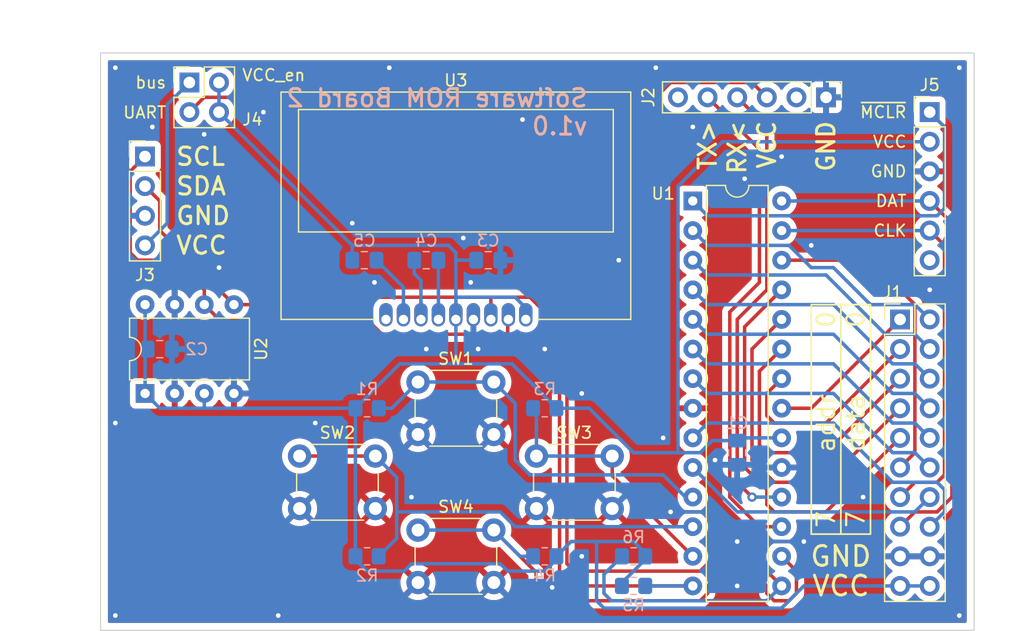
<source format=kicad_pcb>
(kicad_pcb (version 20211014) (generator pcbnew)
  (layers (0 "F.Cu" signal) (31 "B.Cu" signal) (34 "B.Paste" user) (35 "F.Paste" user) (36 "B.SilkS" user "B.Silkscreen") (37 "F.SilkS" user "F.Silkscreen") (38 "B.Mask" user) (39 "F.Mask" user) (44 "Edge.Cuts" user))
  (net 0 "")
  (net 1 "VCC")
  (net 2 "GND")
  (net 3 "Net-(C4-Pad1)")
  (net 4 "Net-(C4-Pad2)")
  (net 5 "Net-(C5-Pad1)")
  (net 6 "/addr0")
  (net 7 "/addr1")
  (net 8 "/addr2")
  (net 9 "/addr3")
  (net 10 "/addr4")
  (net 11 "/addr5")
  (net 12 "/addr6")
  (net 13 "/addr7")
  (net 14 "/data0")
  (net 15 "/data1")
  (net 16 "/data2")
  (net 17 "/data3")
  (net 18 "/data4")
  (net 19 "/data5")
  (net 20 "/data6")
  (net 21 "/data7")
  (net 23 "/VCC_UART")
  (net 24 "/RX")
  (net 25 "/TX")
  (net 27 "/SCL")
  (net 28 "/SDA")
  (net 29 "/VCC_bus")
  (net 30 "Net-(J5-Pad1)")
  (net 32 "/up")
  (net 33 "/left")
  (net 34 "/right")
  (net 35 "/down")
  (footprint "Button_Switch_THT:SW_PUSH_6mm_H5mm" (layer "F.Cu") (at 122.48 120.94)
    (fp_text reference "SW4" (at 3.25 -2) (layer "F.SilkS"))
    (fp_text value "down")
    (pad "1" thru_hole circle (at 0 0 90) (size 2 2) (drill 1.1) (layers *.Cu *.Mask) (net 35 "/down"))
    (pad "1" thru_hole circle (at 6.5 0 90) (size 2 2) (drill 1.1) (layers *.Cu *.Mask) (net 35 "/down"))
    (pad "2" thru_hole circle (at 0 4.5 90) (size 2 2) (drill 1.1) (layers *.Cu *.Mask) (net 2 "GND"))
    (pad "2" thru_hole circle (at 6.5 4.5 90) (size 2 2) (drill 1.1) (layers *.Cu *.Mask) (net 2 "GND"))
  )
  (footprint "Connector_PinHeader_2.54mm:PinHeader_2x02_P2.54mm_Vertical" (layer "F.Cu") (at 102.87 82.55)
    (fp_text reference "J4" (at 4.445 3.175) (layer "F.SilkS") (effects (justify left)))
    (fp_text value "VCCEN")
    (pad "1" thru_hole rect (at 0 0) (size 1.7 1.7) (drill 1) (layers *.Cu *.Mask) (net 29 "/VCC_bus"))
    (pad "2" thru_hole oval (at 2.54 0) (size 1.7 1.7) (drill 1) (layers *.Cu *.Mask) (net 1 "VCC"))
    (pad "3" thru_hole oval (at 0 2.54) (size 1.7 1.7) (drill 1) (layers *.Cu *.Mask) (net 23 "/VCC_UART"))
    (pad "4" thru_hole oval (at 2.54 2.54) (size 1.7 1.7) (drill 1) (layers *.Cu *.Mask) (net 1 "VCC"))
  )
  (footprint "ModifiedKiCadLibrary:PinHeader_2x10_P2.54mm_Vertical_Top_Bottom" (layer "F.Cu") (at 163.83 102.87)
    (fp_text reference "J1" (at -0.635 -2.33) (layer "F.SilkS"))
    (fp_text value "Conn_02x10_Top_Bottom")
    (pad "1" thru_hole rect (at 0 0) (size 1.7 1.7) (drill 1) (layers *.Cu *.Mask) (net 6 "/addr0"))
    (pad "2" thru_hole oval (at 0 2.54) (size 1.7 1.7) (drill 1) (layers *.Cu *.Mask) (net 7 "/addr1"))
    (pad "3" thru_hole oval (at 0 5.08) (size 1.7 1.7) (drill 1) (layers *.Cu *.Mask) (net 8 "/addr2"))
    (pad "4" thru_hole oval (at 0 7.62) (size 1.7 1.7) (drill 1) (layers *.Cu *.Mask) (net 9 "/addr3"))
    (pad "5" thru_hole oval (at 0 10.16) (size 1.7 1.7) (drill 1) (layers *.Cu *.Mask) (net 10 "/addr4"))
    (pad "6" thru_hole oval (at 0 12.7) (size 1.7 1.7) (drill 1) (layers *.Cu *.Mask) (net 11 "/addr5"))
    (pad "7" thru_hole oval (at 0 15.24) (size 1.7 1.7) (drill 1) (layers *.Cu *.Mask) (net 12 "/addr6"))
    (pad "8" thru_hole oval (at 0 17.78) (size 1.7 1.7) (drill 1) (layers *.Cu *.Mask) (net 13 "/addr7"))
    (pad "9" thru_hole oval (at 0 20.32) (size 1.7 1.7) (drill 1) (layers *.Cu *.Mask) (net 2 "GND"))
    (pad "10" thru_hole oval (at 0 22.86) (size 1.7 1.7) (drill 1) (layers *.Cu *.Mask) (net 1 "VCC"))
    (pad "11" thru_hole oval (at 2.54 0) (size 1.7 1.7) (drill 1) (layers *.Cu *.Mask) (net 14 "/data0"))
    (pad "12" thru_hole oval (at 2.54 2.54) (size 1.7 1.7) (drill 1) (layers *.Cu *.Mask) (net 15 "/data1"))
    (pad "13" thru_hole oval (at 2.54 5.08) (size 1.7 1.7) (drill 1) (layers *.Cu *.Mask) (net 16 "/data2"))
    (pad "14" thru_hole oval (at 2.54 7.62) (size 1.7 1.7) (drill 1) (layers *.Cu *.Mask) (net 17 "/data3"))
    (pad "15" thru_hole oval (at 2.54 10.16) (size 1.7 1.7) (drill 1) (layers *.Cu *.Mask) (net 18 "/data4"))
    (pad "16" thru_hole oval (at 2.54 12.7) (size 1.7 1.7) (drill 1) (layers *.Cu *.Mask) (net 19 "/data5"))
    (pad "17" thru_hole oval (at 2.54 15.24) (size 1.7 1.7) (drill 1) (layers *.Cu *.Mask) (net 20 "/data6"))
    (pad "18" thru_hole oval (at 2.54 17.78) (size 1.7 1.7) (drill 1) (layers *.Cu *.Mask) (net 21 "/data7"))
    (pad "19" thru_hole oval (at 2.54 20.32) (size 1.7 1.7) (drill 1) (layers *.Cu *.Mask) (net 2 "GND"))
    (pad "20" thru_hole oval (at 2.54 22.86) (size 1.7 1.7) (drill 1) (layers *.Cu *.Mask) (net 1 "VCC"))
  )
  (footprint "Button_Switch_THT:SW_PUSH_6mm_H5mm" (layer "F.Cu") (at 132.64 114.59)
    (fp_text reference "SW3" (at 3.25 -2) (layer "F.SilkS"))
    (fp_text value "right")
    (pad "1" thru_hole circle (at 0 0 90) (size 2 2) (drill 1.1) (layers *.Cu *.Mask) (net 34 "/right"))
    (pad "1" thru_hole circle (at 6.5 0 90) (size 2 2) (drill 1.1) (layers *.Cu *.Mask) (net 34 "/right"))
    (pad "2" thru_hole circle (at 6.5 4.5 90) (size 2 2) (drill 1.1) (layers *.Cu *.Mask) (net 2 "GND"))
    (pad "2" thru_hole circle (at 0 4.5 90) (size 2 2) (drill 1.1) (layers *.Cu *.Mask) (net 2 "GND"))
  )
  (footprint "Package_DIP:DIP-28_W7.62mm" (layer "F.Cu") (at 146.05 92.71)
    (fp_text reference "U1" (at -2.54 -0.635) (layer "F.SilkS"))
    (fp_text value "PIC16F1936-I/SP")
    (pad "1" thru_hole rect (at 0 0) (size 1.6 1.6) (drill 0.8) (layers *.Cu *.Mask) (net 30 "Net-(J5-Pad1)"))
    (pad "2" thru_hole oval (at 0 2.54) (size 1.6 1.6) (drill 0.8) (layers *.Cu *.Mask) (net 14 "/data0"))
    (pad "3" thru_hole oval (at 0 5.08) (size 1.6 1.6) (drill 0.8) (layers *.Cu *.Mask) (net 15 "/data1"))
    (pad "4" thru_hole oval (at 0 7.62) (size 1.6 1.6) (drill 0.8) (layers *.Cu *.Mask) (net 16 "/data2"))
    (pad "5" thru_hole oval (at 0 10.16) (size 1.6 1.6) (drill 0.8) (layers *.Cu *.Mask) (net 17 "/data3"))
    (pad "6" thru_hole oval (at 0 12.7) (size 1.6 1.6) (drill 0.8) (layers *.Cu *.Mask) (net 18 "/data4"))
    (pad "7" thru_hole oval (at 0 15.24) (size 1.6 1.6) (drill 0.8) (layers *.Cu *.Mask) (net 19 "/data5"))
    (pad "8" thru_hole oval (at 0 17.78) (size 1.6 1.6) (drill 0.8) (layers *.Cu *.Mask) (net 2 "GND"))
    (pad "9" thru_hole oval (at 0 20.32) (size 1.6 1.6) (drill 0.8) (layers *.Cu *.Mask) (net 21 "/data7"))
    (pad "10" thru_hole oval (at 0 22.86) (size 1.6 1.6) (drill 0.8) (layers *.Cu *.Mask) (net 20 "/data6"))
    (pad "11" thru_hole oval (at 0 25.4) (size 1.6 1.6) (drill 0.8) (layers *.Cu *.Mask) (net 32 "/up"))
    (pad "12" thru_hole oval (at 0 27.94) (size 1.6 1.6) (drill 0.8) (layers *.Cu *.Mask) (net 33 "/left"))
    (pad "13" thru_hole oval (at 0 30.48) (size 1.6 1.6) (drill 0.8) (layers *.Cu *.Mask) (net 34 "/right"))
    (pad "14" thru_hole oval (at 0 33.02) (size 1.6 1.6) (drill 0.8) (layers *.Cu *.Mask) (net 27 "/SCL"))
    (pad "15" thru_hole oval (at 7.62 33.02) (size 1.6 1.6) (drill 0.8) (layers *.Cu *.Mask) (net 28 "/SDA"))
    (pad "16" thru_hole oval (at 7.62 30.48) (size 1.6 1.6) (drill 0.8) (layers *.Cu *.Mask) (net 35 "/down"))
    (pad "17" thru_hole oval (at 7.62 27.94) (size 1.6 1.6) (drill 0.8) (layers *.Cu *.Mask) (net 25 "/TX"))
    (pad "18" thru_hole oval (at 7.62 25.4) (size 1.6 1.6) (drill 0.8) (layers *.Cu *.Mask) (net 24 "/RX"))
    (pad "19" thru_hole oval (at 7.62 22.86) (size 1.6 1.6) (drill 0.8) (layers *.Cu *.Mask) (net 2 "GND"))
    (pad "20" thru_hole oval (at 7.62 20.32) (size 1.6 1.6) (drill 0.8) (layers *.Cu *.Mask) (net 1 "VCC"))
    (pad "21" thru_hole oval (at 7.62 17.78) (size 1.6 1.6) (drill 0.8) (layers *.Cu *.Mask) (net 6 "/addr0"))
    (pad "22" thru_hole oval (at 7.62 15.24) (size 1.6 1.6) (drill 0.8) (layers *.Cu *.Mask) (net 7 "/addr1"))
    (pad "23" thru_hole oval (at 7.62 12.7) (size 1.6 1.6) (drill 0.8) (layers *.Cu *.Mask) (net 8 "/addr2"))
    (pad "24" thru_hole oval (at 7.62 10.16) (size 1.6 1.6) (drill 0.8) (layers *.Cu *.Mask) (net 9 "/addr3"))
    (pad "25" thru_hole oval (at 7.62 7.62) (size 1.6 1.6) (drill 0.8) (layers *.Cu *.Mask) (net 10 "/addr4"))
    (pad "26" thru_hole oval (at 7.62 5.08) (size 1.6 1.6) (drill 0.8) (layers *.Cu *.Mask) (net 11 "/addr5"))
    (pad "27" thru_hole oval (at 7.62 2.54) (size 1.6 1.6) (drill 0.8) (layers *.Cu *.Mask) (net 12 "/addr6"))
    (pad "28" thru_hole oval (at 7.62 0) (size 1.6 1.6) (drill 0.8) (layers *.Cu *.Mask) (net 13 "/addr7"))
  )
  (footprint "Button_Switch_THT:SW_PUSH_6mm_H5mm" (layer "F.Cu") (at 112.32 114.59)
    (fp_text reference "SW2" (at 3.25 -2) (layer "F.SilkS"))
    (fp_text value "left")
    (pad "1" thru_hole circle (at 6.5 0 90) (size 2 2) (drill 1.1) (layers *.Cu *.Mask) (net 33 "/left"))
    (pad "1" thru_hole circle (at 0 0 90) (size 2 2) (drill 1.1) (layers *.Cu *.Mask) (net 33 "/left"))
    (pad "2" thru_hole circle (at 6.5 4.5 90) (size 2 2) (drill 1.1) (layers *.Cu *.Mask) (net 2 "GND"))
    (pad "2" thru_hole circle (at 0 4.5 90) (size 2 2) (drill 1.1) (layers *.Cu *.Mask) (net 2 "GND"))
  )
  (footprint "MyLibrary:AQM0802A-RN-GBW" (layer "F.Cu") (at 119.73 102.87)
    (fp_text reference "U3" (at 6 -20.5 unlocked) (layer "F.SilkS"))
    (fp_text value "AQM0802A")
    (pad "1" thru_hole oval (at 0 0) (size 1.15 2) (drill 0.8 (offset 0 -0.4)) (layers *.Cu *.Mask))
    (pad "2" thru_hole oval (at 1.5 0) (size 1.15 2) (drill 0.8 (offset 0 -0.4)) (layers *.Cu *.Mask) (net 5 "Net-(C5-Pad1)"))
    (pad "3" thru_hole oval (at 3 0) (size 1.15 2) (drill 0.8 (offset 0 -0.4)) (layers *.Cu *.Mask) (net 4 "Net-(C4-Pad2)"))
    (pad "4" thru_hole oval (at 4.5 0) (size 1.15 2) (drill 0.8 (offset 0 -0.4)) (layers *.Cu *.Mask) (net 3 "Net-(C4-Pad1)"))
    (pad "5" thru_hole oval (at 6 0) (size 1.15 2) (drill 0.8 (offset 0 -0.4)) (layers *.Cu *.Mask) (net 1 "VCC"))
    (pad "6" thru_hole oval (at 7.5 0) (size 1.15 2) (drill 0.8 (offset 0 -0.4)) (layers *.Cu *.Mask) (net 2 "GND"))
    (pad "7" thru_hole oval (at 9 0) (size 1.15 2) (drill 0.8 (offset 0 -0.4)) (layers *.Cu *.Mask) (net 28 "/SDA"))
    (pad "8" thru_hole oval (at 10.5 0) (size 1.15 2) (drill 0.8 (offset 0 -0.4)) (layers *.Cu *.Mask) (net 27 "/SCL"))
    (pad "9" thru_hole oval (at 12 0) (size 1.15 2) (drill 0.8 (offset 0 -0.4)) (layers *.Cu *.Mask) (net 1 "VCC"))
  )
  (footprint "Connector_PinHeader_2.54mm:PinHeader_1x04_P2.54mm_Vertical" (layer "F.Cu") (at 99.06 88.9)
    (fp_text reference "J3" (at 0 10.16) (layer "F.SilkS"))
    (fp_text value "ext_bus")
    (pad "1" thru_hole rect (at 0 0) (size 1.7 1.7) (drill 1) (layers *.Cu *.Mask) (net 27 "/SCL"))
    (pad "2" thru_hole oval (at 0 2.54) (size 1.7 1.7) (drill 1) (layers *.Cu *.Mask) (net 28 "/SDA"))
    (pad "3" thru_hole oval (at 0 5.08) (size 1.7 1.7) (drill 1) (layers *.Cu *.Mask) (net 2 "GND"))
    (pad "4" thru_hole oval (at 0 7.62) (size 1.7 1.7) (drill 1) (layers *.Cu *.Mask) (net 29 "/VCC_bus"))
  )
  (footprint "Button_Switch_THT:SW_PUSH_6mm_H5mm" (layer "F.Cu") (at 122.48 108.24)
    (fp_text reference "SW1" (at 3.25 -2) (layer "F.SilkS"))
    (fp_text value "up")
    (pad "1" thru_hole circle (at 6.5 0 90) (size 2 2) (drill 1.1) (layers *.Cu *.Mask) (net 32 "/up"))
    (pad "1" thru_hole circle (at 0 0 90) (size 2 2) (drill 1.1) (layers *.Cu *.Mask) (net 32 "/up"))
    (pad "2" thru_hole circle (at 0 4.5 90) (size 2 2) (drill 1.1) (layers *.Cu *.Mask) (net 2 "GND"))
    (pad "2" thru_hole circle (at 6.5 4.5 90) (size 2 2) (drill 1.1) (layers *.Cu *.Mask) (net 2 "GND"))
  )
  (footprint "Package_DIP:DIP-8_W7.62mm" (layer "F.Cu") (at 99.07 109.22 90)
    (fp_text reference "U2" (at 3.81 9.95 90) (layer "F.SilkS"))
    (fp_text value "24FC512")
    (pad "1" thru_hole rect (at 0 0 90) (size 1.6 1.6) (drill 0.8) (layers *.Cu *.Mask) (net 1 "VCC"))
    (pad "2" thru_hole oval (at 0 2.54 90) (size 1.6 1.6) (drill 0.8) (layers *.Cu *.Mask) (net 2 "GND"))
    (pad "3" thru_hole oval (at 0 5.08 90) (size 1.6 1.6) (drill 0.8) (layers *.Cu *.Mask) (net 1 "VCC"))
    (pad "4" thru_hole oval (at 0 7.62 90) (size 1.6 1.6) (drill 0.8) (layers *.Cu *.Mask) (net 2 "GND"))
    (pad "5" thru_hole oval (at 7.62 7.62 90) (size 1.6 1.6) (drill 0.8) (layers *.Cu *.Mask) (net 28 "/SDA"))
    (pad "6" thru_hole oval (at 7.62 5.08 90) (size 1.6 1.6) (drill 0.8) (layers *.Cu *.Mask) (net 27 "/SCL"))
    (pad "7" thru_hole oval (at 7.62 2.54 90) (size 1.6 1.6) (drill 0.8) (layers *.Cu *.Mask) (net 2 "GND"))
    (pad "8" thru_hole oval (at 7.62 0 90) (size 1.6 1.6) (drill 0.8) (layers *.Cu *.Mask) (net 1 "VCC"))
  )
  (footprint "Connector_PinHeader_2.54mm:PinHeader_1x06_P2.54mm_Vertical" (layer "F.Cu") (at 157.48 83.82 -90)
    (fp_text reference "J2" (at 0 15.24 90) (layer "F.SilkS"))
    (fp_text value "UART")
    (pad "1" thru_hole rect (at 0 0 270) (size 1.7 1.7) (drill 1) (layers *.Cu *.Mask) (net 2 "GND"))
    (pad "2" thru_hole oval (at 0 2.54 270) (size 1.7 1.7) (drill 1) (layers *.Cu *.Mask))
    (pad "3" thru_hole oval (at 0 5.08 270) (size 1.7 1.7) (drill 1) (layers *.Cu *.Mask) (net 23 "/VCC_UART"))
    (pad "4" thru_hole oval (at 0 7.62 270) (size 1.7 1.7) (drill 1) (layers *.Cu *.Mask) (net 24 "/RX"))
    (pad "5" thru_hole oval (at 0 10.16 270) (size 1.7 1.7) (drill 1) (layers *.Cu *.Mask) (net 25 "/TX"))
    (pad "6" thru_hole oval (at 0 12.7 270) (size 1.7 1.7) (drill 1) (layers *.Cu *.Mask))
  )
  (footprint "Connector_PinHeader_2.54mm:PinHeader_1x06_P2.54mm_Vertical" (layer "F.Cu") (at 166.37 85.09)
    (fp_text reference "J5" (at 0 -2.33) (layer "F.SilkS"))
    (fp_text value "Conn_PIC_ICSP_ICD")
    (pad "1" thru_hole rect (at 0 0) (size 1.7 1.7) (drill 1) (layers *.Cu *.Mask) (net 30 "Net-(J5-Pad1)"))
    (pad "2" thru_hole oval (at 0 2.54) (size 1.7 1.7) (drill 1) (layers *.Cu *.Mask) (net 1 "VCC"))
    (pad "3" thru_hole oval (at 0 5.08) (size 1.7 1.7) (drill 1) (layers *.Cu *.Mask) (net 2 "GND"))
    (pad "4" thru_hole oval (at 0 7.62) (size 1.7 1.7) (drill 1) (layers *.Cu *.Mask) (net 13 "/addr7"))
    (pad "5" thru_hole oval (at 0 10.16) (size 1.7 1.7) (drill 1) (layers *.Cu *.Mask) (net 12 "/addr6"))
    (pad "6" thru_hole oval (at 0 12.7) (size 1.7 1.7) (drill 1) (layers *.Cu *.Mask))
  )
  (footprint "Capacitor_SMD:C_0805_2012Metric_Pad1.18x1.45mm_HandSolder" (layer "B.Cu") (at 117.8775 97.79 180)
    (fp_text reference "C5" (at 0 1.68) (layer "B.SilkS") (effects (justify mirror)))
    (fp_text value "1u")
    (pad "1" smd roundrect (at -1.0375 0 180) (size 1.175 1.45) (layers "B.Cu" "B.Paste" "B.Mask") (roundrect_rratio 0.2127659574) (net 5 "Net-(C5-Pad1)"))
    (pad "2" smd roundrect (at 1.0375 0 180) (size 1.175 1.45) (layers "B.Cu" "B.Paste" "B.Mask") (roundrect_rratio 0.2127659574) (net 1 "VCC"))
  )
  (footprint "Resistor_SMD:R_0805_2012Metric_Pad1.20x1.40mm_HandSolder" (layer "B.Cu") (at 140.97 123.19 180)
    (fp_text reference "R6" (at 0 1.65) (layer "B.SilkS") (effects (justify mirror)))
    (fp_text value "10k")
    (pad "1" smd roundrect (at -1 0 180) (size 1.2 1.4) (layers "B.Cu" "B.Paste" "B.Mask") (roundrect_rratio 0.2083333333) (net 1 "VCC"))
    (pad "2" smd roundrect (at 1 0 180) (size 1.2 1.4) (layers "B.Cu" "B.Paste" "B.Mask") (roundrect_rratio 0.2083333333) (net 28 "/SDA"))
  )
  (footprint "Resistor_SMD:R_0805_2012Metric_Pad1.20x1.40mm_HandSolder" (layer "B.Cu") (at 133.35 110.49 180)
    (fp_text reference "R3" (at 0 1.65) (layer "B.SilkS") (effects (justify mirror)))
    (fp_text value "10k")
    (pad "1" smd roundrect (at -1 0 180) (size 1.2 1.4) (layers "B.Cu" "B.Paste" "B.Mask") (roundrect_rratio 0.2083333333) (net 1 "VCC"))
    (pad "2" smd roundrect (at 1 0 180) (size 1.2 1.4) (layers "B.Cu" "B.Paste" "B.Mask") (roundrect_rratio 0.2083333333) (net 34 "/right"))
  )
  (footprint "Capacitor_SMD:C_0805_2012Metric_Pad1.18x1.45mm_HandSolder" (layer "B.Cu") (at 100.33 105.42)
    (fp_text reference "C2" (at 3.175 0) (layer "B.SilkS") (effects (justify mirror)))
    (fp_text value "0.1u")
    (pad "1" smd roundrect (at -1.0375 0) (size 1.175 1.45) (layers "B.Cu" "B.Paste" "B.Mask") (roundrect_rratio 0.2127659574) (net 1 "VCC"))
    (pad "2" smd roundrect (at 1.0375 0) (size 1.175 1.45) (layers "B.Cu" "B.Paste" "B.Mask") (roundrect_rratio 0.2127659574) (net 2 "GND"))
  )
  (footprint "Capacitor_SMD:C_0805_2012Metric_Pad1.18x1.45mm_HandSolder" (layer "B.Cu") (at 128.5025 97.79 180)
    (fp_text reference "C3" (at 0 1.68) (layer "B.SilkS") (effects (justify mirror)))
    (fp_text value "0.1u")
    (pad "1" smd roundrect (at -1.0375 0 180) (size 1.175 1.45) (layers "B.Cu" "B.Paste" "B.Mask") (roundrect_rratio 0.2127659574) (net 2 "GND"))
    (pad "2" smd roundrect (at 1.0375 0 180) (size 1.175 1.45) (layers "B.Cu" "B.Paste" "B.Mask") (roundrect_rratio 0.2127659574) (net 1 "VCC"))
  )
  (footprint "Resistor_SMD:R_0805_2012Metric_Pad1.20x1.40mm_HandSolder" (layer "B.Cu") (at 118.11 110.49)
    (fp_text reference "R1" (at 0 -1.65) (layer "B.SilkS") (effects (justify mirror)))
    (fp_text value "10k")
    (pad "1" smd roundrect (at -1 0) (size 1.2 1.4) (layers "B.Cu" "B.Paste" "B.Mask") (roundrect_rratio 0.2083333333) (net 1 "VCC"))
    (pad "2" smd roundrect (at 1 0) (size 1.2 1.4) (layers "B.Cu" "B.Paste" "B.Mask") (roundrect_rratio 0.2083333333) (net 32 "/up"))
  )
  (footprint "Capacitor_SMD:C_0805_2012Metric_Pad1.18x1.45mm_HandSolder" (layer "B.Cu") (at 149.85 114.3 -90)
    (fp_text reference "C1" (at -2.54 -0.01 180) (layer "B.SilkS") (effects (justify mirror)))
    (fp_text value "0.1u")
    (pad "1" smd roundrect (at -1.0375 0 270) (size 1.175 1.45) (layers "B.Cu" "B.Paste" "B.Mask") (roundrect_rratio 0.2127659574) (net 1 "VCC"))
    (pad "2" smd roundrect (at 1.0375 0 270) (size 1.175 1.45) (layers "B.Cu" "B.Paste" "B.Mask") (roundrect_rratio 0.2127659574) (net 2 "GND"))
  )
  (footprint "Resistor_SMD:R_0805_2012Metric_Pad1.20x1.40mm_HandSolder" (layer "B.Cu") (at 118.11 123.19)
    (fp_text reference "R2" (at 0 1.65) (layer "B.SilkS") (effects (justify mirror)))
    (fp_text value "10k")
    (pad "1" smd roundrect (at -1 0) (size 1.2 1.4) (layers "B.Cu" "B.Paste" "B.Mask") (roundrect_rratio 0.2083333333) (net 1 "VCC"))
    (pad "2" smd roundrect (at 1 0) (size 1.2 1.4) (layers "B.Cu" "B.Paste" "B.Mask") (roundrect_rratio 0.2083333333) (net 33 "/left"))
  )
  (footprint "Resistor_SMD:R_0805_2012Metric_Pad1.20x1.40mm_HandSolder" (layer "B.Cu") (at 133.35 123.19 180)
    (fp_text reference "R4" (at 0 -1.65) (layer "B.SilkS") (effects (justify mirror)))
    (fp_text value "10k")
    (pad "1" smd roundrect (at -1 0 180) (size 1.2 1.4) (layers "B.Cu" "B.Paste" "B.Mask") (roundrect_rratio 0.2083333333) (net 1 "VCC"))
    (pad "2" smd roundrect (at 1 0 180) (size 1.2 1.4) (layers "B.Cu" "B.Paste" "B.Mask") (roundrect_rratio 0.2083333333) (net 35 "/down"))
  )
  (footprint "Resistor_SMD:R_0805_2012Metric_Pad1.20x1.40mm_HandSolder" (layer "B.Cu") (at 140.97 125.73)
    (fp_text reference "R5" (at 0 1.65) (layer "B.SilkS") (effects (justify mirror)))
    (fp_text value "10k")
    (pad "1" smd roundrect (at -1 0) (size 1.2 1.4) (layers "B.Cu" "B.Paste" "B.Mask") (roundrect_rratio 0.2083333333) (net 1 "VCC"))
    (pad "2" smd roundrect (at 1 0) (size 1.2 1.4) (layers "B.Cu" "B.Paste" "B.Mask") (roundrect_rratio 0.2083333333) (net 27 "/SCL"))
  )
  (footprint "Capacitor_SMD:C_0805_2012Metric_Pad1.18x1.45mm_HandSolder" (layer "B.Cu") (at 123.19 97.79 180)
    (fp_text reference "C4" (at 0 1.68) (layer "B.SilkS") (effects (justify mirror)))
    (fp_text value "1u")
    (pad "1" smd roundrect (at -1.0375 0 180) (size 1.175 1.45) (layers "B.Cu" "B.Paste" "B.Mask") (roundrect_rratio 0.2127659574) (net 3 "Net-(C4-Pad1)"))
    (pad "2" smd roundrect (at 1.0375 0 180) (size 1.175 1.45) (layers "B.Cu" "B.Paste" "B.Mask") (roundrect_rratio 0.2127659574) (net 4 "Net-(C4-Pad2)"))
  )
  (gr_line (start 158.75 101.6) (end 158.75 121.285) (layer "F.SilkS") (width 0.15))
  (gr_rect (start 156.21 101.6) (end 161.29 121.285) (layer "F.SilkS") (width 0.15) (fill none))
  (gr_rect (start 95.25 80.01) (end 170.18 129.54) (layer "Edge.Cuts") (width 0.1) (fill none))
  (gr_text "Software ROM Board 2\nv1.0" (at 137.16 85.09) (layer "B.SilkS") (effects (font (size 1.5 1.5) (thickness 0.25)) (justify left mirror)))
  (gr_text "RX<" (at 149.86 85.725 90) (layer "F.SilkS") (effects (font (size 1.5 1.4) (thickness 0.25)) (justify right)))
  (gr_text "data" (at 160.02 111.76 90) (layer "F.SilkS") (effects (font (size 1.5 1.5) (thickness 0.2))))
  (gr_text "GND" (at 164.465 90.17) (layer "F.SilkS") (effects (font (size 1 1)) (justify right)))
  (gr_text "VCC" (at 101.6 96.52) (layer "F.SilkS") (effects (font (size 1.5 1.5) (thickness 0.25)) (justify left)))
  (gr_text "~{MCLR}" (at 164.465 85.09) (layer "F.SilkS") (effects (font (size 1 1)) (justify right)))
  (gr_text "7" (at 157.48 120.015 90) (layer "F.SilkS") (effects (font (size 1.5 1.5) (thickness 0.2))))
  (gr_text "7" (at 160.02 120.015 90) (layer "F.SilkS") (effects (font (size 1.5 1.5) (thickness 0.2))))
  (gr_text "0" (at 157.48 102.87 90) (layer "F.SilkS") (effects (font (size 1.5 1.5) (thickness 0.2))))
  (gr_text "GND" (at 101.6 93.98) (layer "F.SilkS") (effects (font (size 1.5 1.5) (thickness 0.25)) (justify left)))
  (gr_text "UART" (at 100.965 85.12) (layer "F.SilkS") (effects (font (size 1 1)) (justify right)))
  (gr_text "SCL" (at 101.6 88.9) (layer "F.SilkS") (effects (font (size 1.5 1.5) (thickness 0.25)) (justify left)))
  (gr_text "VCC" (at 152.4 85.725 90) (layer "F.SilkS") (effects (font (size 1.5 1.4) (thickness 0.25)) (justify right)))
  (gr_text "bus" (at 100.965 82.55) (layer "F.SilkS") (effects (font (size 1 1)) (justify right)))
  (gr_text "GND" (at 157.48 85.725 90) (layer "F.SilkS") (effects (font (size 1.5 1.4) (thickness 0.25)) (justify right)))
  (gr_text "DAT" (at 164.465 92.71) (layer "F.SilkS") (effects (font (size 1 1)) (justify right)))
  (gr_text "VCC_en" (at 107.315 81.915) (layer "F.SilkS") (effects (font (size 1 1)) (justify left)))
  (gr_text "CLK" (at 164.465 95.25) (layer "F.SilkS") (effects (font (size 1 1)) (justify right)))
  (gr_text "GND" (at 158.75 123.19) (layer "F.SilkS") (effects (font (size 1.7 1.7) (thickness 0.25))))
  (gr_text "VCC" (at 164.465 87.63) (layer "F.SilkS") (effects (font (size 1 1)) (justify right)))
  (gr_text "TX>" (at 147.32 85.725 90) (layer "F.SilkS") (effects (font (size 1.5 1.4) (thickness 0.25)) (justify right)))
  (gr_text "SDA" (at 101.6 91.44) (layer "F.SilkS") (effects (font (size 1.5 1.5) (thickness 0.25)) (justify left)))
  (gr_text "0" (at 160.02 102.87 90) (layer "F.SilkS") (effects (font (size 1.5 1.5) (thickness 0.2))))
  (gr_text "VCC" (at 158.75 125.73) (layer "F.SilkS") (effects (font (size 1.7 1.7) (thickness 0.25))))
  (gr_text "addr" (at 157.48 111.76 90) (layer "F.SilkS") (effects (font (size 1.5 1.5) (thickness 0.2))))
  (segment (start 105.41 82.55) (end 105.41 85.09) (width 0.3) (layer "B.Cu") (net 1))
  (segment (start 125.73 100.965) (end 125.73 97.79) (width 0.3) (layer "B.Cu") (net 1))
  (segment (start 148.59 87.63) (end 144.78 91.44) (width 0.3) (layer "B.Cu") (net 1))
  (segment (start 146.685 114.3) (end 144.78 114.3) (width 0.3) (layer "B.Cu") (net 1))
  (segment (start 149.85 113.2625) (end 150.0825 113.03) (width 0.3) (layer "B.Cu") (net 1))
  (segment (start 130.175 124.46) (end 129.54 123.825) (width 0.3) (layer "B.Cu") (net 1))
  (segment (start 99.07 101.6) (end 99.07 105.1975) (width 0.3) (layer "B.Cu") (net 1))
  (segment (start 155.575 125.73) (end 153.67 127.635) (width 0.3) (layer "B.Cu") (net 1))
  (segment (start 133.35 124.46) (end 130.175 124.46) (width 0.3) (layer "B.Cu") (net 1))
  (segment (start 116.84 96.52) (end 125.095 96.52) (width 0.3) (layer "B.Cu") (net 1))
  (segment (start 153.67 127.635) (end 138.43 127.635) (width 0.3) (layer "B.Cu") (net 1))
  (segment (start 140.97 121.92) (end 141.97 122.92) (width 0.3) (layer "B.Cu") (net 1))
  (segment (start 99.07 109.22) (end 99.07 105.6425) (width 0.3) (layer "B.Cu") (net 1))
  (segment (start 117.11 110.49) (end 120.92 106.68) (width 0.3) (layer "B.Cu") (net 1))
  (segment (start 99.07 105.6425) (end 99.2925 105.42) (width 0.3) (layer "B.Cu") (net 1))
  (segment (start 163.83 125.73) (end 155.575 125.73) (width 0.3) (layer "B.Cu") (net 1))
  (segment (start 120.92 106.68) (end 125.73 106.68) (width 0.3) (layer "B.Cu") (net 1))
  (segment (start 125.73 102.87) (end 125.73 100.965) (width 0.3) (layer "B.Cu") (net 1))
  (segment (start 127.465 97.79) (end 125.73 97.79) (width 0.3) (layer "B.Cu") (net 1))
  (segment (start 138.43 127.635) (end 137.795 127) (width 0.3) (layer "B.Cu") (net 1))
  (segment (start 137.795 127) (end 137.795 121.92) (width 0.3) (layer "B.Cu") (net 1))
  (segment (start 140.97 114.3) (end 137.16 110.49) (width 0.3) (layer "B.Cu") (net 1))
  (segment (start 99.07 109.22) (end 100.34 110.49) (width 0.3) (layer "B.Cu") (net 1))
  (segment (start 141.97 123.46) (end 141.97 123.19) (width 0.3) (layer "B.Cu") (net 1))
  (segment (start 131.73 101.885) (end 131.73 102.87) (width 0.3) (layer "B.Cu") (net 1))
  (segment (start 117.11 110.49) (end 104.14 110.49) (width 0.3) (layer "B.Cu") (net 1))
  (segment (start 130.54 106.68) (end 134.35 110.49) (width 0.3) (layer "B.Cu") (net 1))
  (segment (start 104.14 110.49) (end 104.15 110.48) (width 0.3) (layer "B.Cu") (net 1))
  (segment (start 139.97 125.46) (end 141.97 123.46) (width 0.3) (layer "B.Cu") (net 1))
  (segment (start 134.35 123.46) (end 133.35 124.46) (width 0.3) (layer "B.Cu") (net 1))
  (segment (start 149.85 113.2625) (end 147.7225 113.2625) (width 0.3) (layer "B.Cu") (net 1))
  (segment (start 125.095 96.52) (end 125.73 97.155) (width 0.3) (layer "B.Cu") (net 1))
  (segment (start 116.84 97.79) (end 116.84 96.52) (width 0.3) (layer "B.Cu") (net 1))
  (segment (start 121.92 123.825) (end 121.285 124.46) (width 0.3) (layer "B.Cu") (net 1))
  (segment (start 166.37 87.63) (end 148.59 87.63) (width 0.3) (layer "B.Cu") (net 1))
  (segment (start 144.78 114.3) (end 140.97 114.3) (width 0.3) (layer "B.Cu") (net 1))
  (segment (start 150.0825 113.03) (end 153.67 113.03) (width 0.3) (layer "B.Cu") (net 1))
  (segment (start 121.285 124.46) (end 118.11 124.46) (width 0.3) (layer "B.Cu") (net 1))
  (segment (start 125.73 102.87) (end 125.73 106.68) (width 0.3) (layer "B.Cu") (net 1))
  (segment (start 100.34 110.49) (end 104.14 110.49) (width 0.3) (layer "B.Cu") (net 1))
  (segment (start 117.11 123.19) (end 117.11 110.49) (width 0.3) (layer "B.Cu") (net 1))
  (segment (start 137.16 110.49) (end 134.35 110.49) (width 0.3) (layer "B.Cu") (net 1))
  (segment (start 134.35 123.19) (end 134.35 123.46) (width 0.3) (layer "B.Cu") (net 1))
  (segment (start 104.15 110.48) (end 104.15 109.22) (width 0.3) (layer "B.Cu") (net 1))
  (segment (start 116.84 96.52) (end 105.41 85.09) (width 0.3) (layer "B.Cu") (net 1))
  (segment (start 134.35 123.19) (end 135.62 121.92) (width 0.3) (layer "B.Cu") (net 1))
  (segment (start 135.62 121.92) (end 140.97 121.92) (width 0.3) (layer "B.Cu") (net 1))
  (segment (start 166.37 125.73) (end 163.83 125.73) (width 0.3) (layer "B.Cu") (net 1))
  (segment (start 130.81 100.965) (end 131.73 101.885) (width 0.3) (layer "B.Cu") (net 1))
  (segment (start 125.73 100.965) (end 130.81 100.965) (width 0.3) (layer "B.Cu") (net 1))
  (segment (start 117.11 123.46) (end 118.11 124.46) (width 0.3) (layer "B.Cu") (net 1))
  (segment (start 144.78 91.44) (end 144.78 114.3) (width 0.3) (layer "B.Cu") (net 1))
  (segment (start 117.11 123.19) (end 117.11 123.46) (width 0.3) (layer "B.Cu") (net 1))
  (segment (start 129.54 123.825) (end 121.92 123.825) (width 0.3) (layer "B.Cu") (net 1))
  (segment (start 125.73 106.68) (end 130.54 106.68) (width 0.3) (layer "B.Cu") (net 1))
  (segment (start 125.73 97.155) (end 125.73 97.79) (width 0.3) (layer "B.Cu") (net 1))
  (segment (start 99.07 105.1975) (end 99.2925 105.42) (width 0.3) (layer "B.Cu") (net 1))
  (segment (start 147.7225 113.2625) (end 146.685 114.3) (width 0.3) (layer "B.Cu") (net 1))
  (segment (start 139.97 125.73) (end 139.97 125.46) (width 0.3) (layer "B.Cu") (net 1))
  (segment (start 141.97 122.92) (end 141.97 123.19) (width 0.3) (layer "B.Cu") (net 1))
  (segment (start 155.575 121.92) (end 151.765 121.92) (width 0.3) (layer "F.Cu") (net 2))
  (segment (start 147.32 119.38) (end 149.86 121.92) (width 0.3) (layer "F.Cu") (net 2))
  (segment (start 144.145 119.38) (end 147.32 119.38) (width 0.3) (layer "F.Cu") (net 2))
  (via (at 143.51 113.03) (size 0.8) (drill 0.4) (layers "F.Cu" "B.Cu") (net 2))
  (via (at 136.525 123.19) (size 0.8) (drill 0.4) (layers "F.Cu" "B.Cu") (net 2))
  (via (at 133.985 125.857) (size 0.8) (drill 0.4) (layers "F.Cu" "B.Cu") (net 2))
  (via (at 105.41 98.425) (size 0.8) (drill 0.4) (layers "F.Cu" "B.Cu") (net 2))
  (via (at 116.84 94.615) (size 0.8) (drill 0.4) (layers "F.Cu" "B.Cu") (net 2))
  (via (at 168.91 81.28) (size 0.8) (drill 0.4) (layers "F.Cu" "B.Cu") (net 2))
  (via (at 156.21 96.52) (size 0.8) (drill 0.4) (layers "F.Cu" "B.Cu") (net 2))
  (via (at 133.35 105.41) (size 0.8) (drill 0.4) (layers "F.Cu" "B.Cu") (net 2))
  (via (at 149.86 125.73) (size 0.8) (drill 0.4) (layers "F.Cu" "B.Cu") (net 2))
  (via (at 147.955 114.935) (size 0.8) (drill 0.4) (layers "F.Cu" "B.Cu") (net 2))
  (via (at 99.695 86.36) (size 0.8) (drill 0.4) (layers "F.Cu" "B.Cu") (net 2))
  (via (at 142.875 81.28) (size 0.8) (drill 0.4) (layers "F.Cu" "B.Cu") (net 2))
  (via (at 127.635 105.41) (size 0.8) (drill 0.4) (layers "F.Cu" "B.Cu") (net 2))
  (via (at 166.37 100.33) (size 0.8) (drill 0.4) (layers "F.Cu" "B.Cu") (net 2))
  (via (at 126.365 95.885) (size 0.8) (drill 0.4) (layers "F.Cu" "B.Cu") (net 2))
  (via (at 139.7 97.79) (size 0.8) (drill 0.4) (layers "F.Cu" "B.Cu") (net 2))
  (via (at 168.91 128.27) (size 0.8) (drill 0.4) (layers "F.Cu" "B.Cu") (net 2))
  (via (at 104.14 86.995) (size 0.8) (drill 0.4) (layers "F.Cu" "B.Cu") (net 2))
  (via (at 153.67 88.9) (size 0.8) (drill 0.4) (layers "F.Cu" "B.Cu") (net 2))
  (via (at 150.495 90.805) (size 0.8) (drill 0.4) (layers "F.Cu" "B.Cu") (net 2))
  (via (at 110.49 128.27) (size 0.8) (drill 0.4) (layers "F.Cu" "B.Cu") (net 2))
  (via (at 96.52 81.28) (size 0.8) (drill 0.4) (layers "F.Cu" "B.Cu") (net 2))
  (via (at 144.145 119.38) (size 0.8) (drill 0.4) (layers "F.Cu" "B.Cu") (net 2))
  (via (at 160.655 118.11) (size 0.8) (drill 0.4) (layers "F.Cu" "B.Cu") (net 2))
  (via (at 96.52 111.76) (size 0.8) (drill 0.4) (layers "F.Cu" "B.Cu") (net 2))
  (via (at 131.445 85.725) (size 0.8) (drill 0.4) (layers "F.Cu" "B.Cu") (net 2))
  (via (at 118.745 99.695) (size 0.8) (drill 0.4) (layers "F.Cu" "B.Cu") (net 2))
  (via (at 121.92 118.11) (size 0.8) (drill 0.4) (layers "F.Cu" "B.Cu") (net 2))
  (via (at 109.22 85.09) (size 0.8) (drill 0.4) (layers "F.Cu" "B.Cu") (net 2))
  (via (at 120.015 81.28) (size 0.8) (drill 0.4) (layers "F.Cu" "B.Cu") (net 2))
  (via (at 136.525 109.22) (size 0.8) (drill 0.4) (layers "F.Cu" "B.Cu") (net 2))
  (via (at 127 99.695) (size 0.8) (drill 0.4) (layers "F.Cu" "B.Cu") (net 2))
  (via (at 146.05 86.36) (size 0.8) (drill 0.4) (layers "F.Cu" "B.Cu") (net 2))
  (via (at 155.575 121.92) (size 0.8) (drill 0.4) (layers "F.Cu" "B.Cu") (net 2))
  (via (at 123.19 105.41) (size 0.8) (drill 0.4) (layers "F.Cu" "B.Cu") (net 2))
  (via (at 96.52 128.27) (size 0.8) (drill 0.4) (layers "F.Cu" "B.Cu") (net 2))
  (via (at 149.86 121.92) (size 0.8) (drill 0.4) (layers "F.Cu" "B.Cu") (net 2))
  (via (at 113.665 111.76) (size 0.8) (drill 0.4) (layers "F.Cu" "B.Cu") (net 2))
  (segment (start 144.145 119.38) (end 147.32 119.38) (width 0.3) (layer "B.Cu") (net 2))
  (segment (start 149.86 121.92) (end 155.575 121.92) (width 0.3) (layer "B.Cu") (net 2))
  (segment (start 124.23 102.87) (end 124.23 97.7925) (width 0.3) (layer "B.Cu") (net 3))
  (segment (start 124.23 97.7925) (end 124.2275 97.79) (width 0.3) (layer "B.Cu") (net 3))
  (segment (start 122.73 102.87) (end 122.73 99.52) (width 0.3) (layer "B.Cu") (net 4))
  (segment (start 122.1525 97.79) (end 122.1525 98.9425) (width 0.3) (layer "B.Cu") (net 4))
  (segment (start 122.1525 98.9425) (end 122.73 99.52) (width 0.3) (layer "B.Cu") (net 4))
  (segment (start 121.23 102.87) (end 121.23 100.105) (width 0.3) (layer "B.Cu") (net 5))
  (segment (start 121.23 100.105) (end 118.915 97.79) (width 0.3) (layer "B.Cu") (net 5))
  (segment (start 153.67 110.49) (end 156.21 110.49) (width 0.3) (layer "F.Cu") (net 6))
  (segment (start 156.21 110.49) (end 163.83 102.87) (width 0.3) (layer "F.Cu") (net 6))
  (segment (start 152.4 111.125) (end 152.4 109.22) (width 0.3) (layer "F.Cu") (net 7))
  (segment (start 153.035 111.76) (end 152.4 111.125) (width 0.3) (layer "F.Cu") (net 7))
  (segment (start 163.83 105.41) (end 157.48 111.76) (width 0.3) (layer "F.Cu") (net 7))
  (segment (start 157.48 111.76) (end 153.035 111.76) (width 0.3) (layer "F.Cu") (net 7))
  (segment (start 152.4 109.22) (end 153.67 107.95) (width 0.3) (layer "F.Cu") (net 7))
  (segment (start 151.765 113.665) (end 151.765 107.315) (width 0.3) (layer "F.Cu") (net 8))
  (segment (start 157.48 114.3) (end 152.4 114.3) (width 0.3) (layer "F.Cu") (net 8))
  (segment (start 163.83 107.95) (end 157.48 114.3) (width 0.3) (layer "F.Cu") (net 8))
  (segment (start 151.765 107.315) (end 153.67 105.41) (width 0.3) (layer "F.Cu") (net 8))
  (segment (start 152.4 114.3) (end 151.765 113.665) (width 0.3) (layer "F.Cu") (net 8))
  (segment (start 157.48 116.84) (end 153.035 116.84) (width 0.3) (layer "F.Cu") (net 9))
  (segment (start 163.83 110.49) (end 157.48 116.84) (width 0.3) (layer "F.Cu") (net 9))
  (segment (start 151.13 114.935) (end 151.13 105.41) (width 0.3) (layer "F.Cu") (net 9))
  (segment (start 153.035 116.84) (end 151.13 114.935) (width 0.3) (layer "F.Cu") (net 9))
  (segment (start 151.13 105.41) (end 153.67 102.87) (width 0.3) (layer "F.Cu") (net 9))
  (segment (start 150.495 115.57) (end 152.4 117.475) (width 0.3) (layer "F.Cu") (net 10))
  (segment (start 150.495 115.57) (end 150.495 103.505) (width 0.3) (layer "F.Cu") (net 10))
  (segment (start 150.495 103.505) (end 153.67 100.33) (width 0.3) (layer "F.Cu") (net 10))
  (segment (start 157.48 119.38) (end 153.035 119.38) (width 0.3) (layer "F.Cu") (net 10))
  (segment (start 163.83 113.03) (end 157.48 119.38) (width 0.3) (layer "F.Cu") (net 10))
  (segment (start 152.4 117.475) (end 152.4 118.745) (width 0.3) (layer "F.Cu") (net 10))
  (segment (start 153.035 119.38) (end 152.4 118.745) (width 0.3) (layer "F.Cu") (net 10))
  (segment (start 161.29 97.79) (end 153.67 97.79) (width 0.3) (layer "F.Cu") (net 11))
  (segment (start 165.1 114.3) (end 165.1 101.6) (width 0.3) (layer "F.Cu") (net 11))
  (segment (start 163.83 115.57) (end 165.1 114.3) (width 0.3) (layer "F.Cu") (net 11))
  (segment (start 165.1 101.6) (end 161.29 97.79) (width 0.3) (layer "F.Cu") (net 11))
  (segment (start 165.1 116.84) (end 167.005 116.84) (width 0.3) (layer "F.Cu") (net 12))
  (segment (start 167.64 116.205) (end 167.64 96.52) (width 0.3) (layer "F.Cu") (net 12))
  (segment (start 167.005 116.84) (end 167.64 116.205) (width 0.3) (layer "F.Cu") (net 12))
  (segment (start 163.83 118.11) (end 165.1 116.84) (width 0.3) (layer "F.Cu") (net 12))
  (segment (start 167.64 96.52) (end 166.37 95.25) (width 0.3) (layer "F.Cu") (net 12))
  (segment (start 153.67 95.25) (end 166.37 95.25) (width 0.3) (layer "B.Cu") (net 12))
  (segment (start 165.1 119.38) (end 163.83 120.65) (width 0.3) (layer "F.Cu") (net 13))
  (segment (start 168.275 94.615) (end 168.275 118.11) (width 0.3) (layer "F.Cu") (net 13))
  (segment (start 166.37 92.71) (end 168.275 94.615) (width 0.3) (layer "F.Cu") (net 13))
  (segment (start 168.275 118.11) (end 167.005 119.38) (width 0.3) (layer "F.Cu") (net 13))
  (segment (start 167.005 119.38) (end 165.1 119.38) (width 0.3) (layer "F.Cu") (net 13))
  (segment (start 166.37 92.71) (end 153.67 92.71) (width 0.3) (layer "B.Cu") (net 13))
  (segment (start 154.305 96.52) (end 156.21 98.425) (width 0.3) (layer "B.Cu") (net 14))
  (segment (start 147.32 96.52) (end 154.305 96.52) (width 0.3) (layer "B.Cu") (net 14))
  (segment (start 165.1 101.6) (end 161.29 101.6) (width 0.3) (layer "B.Cu") (net 14))
  (segment (start 165.1 101.6) (end 166.37 102.87) (width 0.3) (layer "B.Cu") (net 14))
  (segment (start 156.21 98.425) (end 158.115 98.425) (width 0.3) (layer "B.Cu") (net 14))
  (segment (start 146.05 95.25) (end 147.32 96.52) (width 0.3) (layer "B.Cu") (net 14))
  (segment (start 161.29 101.6) (end 158.115 98.425) (width 0.3) (layer "B.Cu") (net 14))
  (segment (start 146.05 97.79) (end 147.32 99.06) (width 0.3) (layer "B.Cu") (net 15))
  (segment (start 162.56 104.14) (end 165.1 104.14) (width 0.3) (layer "B.Cu") (net 15))
  (segment (start 157.48 99.06) (end 162.56 104.14) (width 0.3) (layer "B.Cu") (net 15))
  (segment (start 147.32 99.06) (end 157.48 99.06) (width 0.3) (layer "B.Cu") (net 15))
  (segment (start 165.1 104.14) (end 166.37 105.41) (width 0.3) (layer "B.Cu") (net 15))
  (segment (start 146.05 100.33) (end 147.32 101.6) (width 0.3) (layer "B.Cu") (net 16))
  (segment (start 158.115 101.6) (end 163.195 106.68) (width 0.3) (layer "B.Cu") (net 16))
  (segment (start 147.32 101.6) (end 158.115 101.6) (width 0.3) (layer "B.Cu") (net 16))
  (segment (start 163.195 106.68) (end 165.1 106.68) (width 0.3) (layer "B.Cu") (net 16))
  (segment (start 165.1 106.68) (end 166.37 107.95) (width 0.3) (layer "B.Cu") (net 16))
  (segment (start 165.1 109.22) (end 166.37 110.49) (width 0.3) (layer "B.Cu") (net 17))
  (segment (start 147.32 104.14) (end 158.115 104.14) (width 0.3) (layer "B.Cu") (net 17))
  (segment (start 146.05 102.87) (end 147.32 104.14) (width 0.3) (layer "B.Cu") (net 17))
  (segment (start 158.115 104.14) (end 163.195 109.22) (width 0.3) (layer "B.Cu") (net 17))
  (segment (start 163.195 109.22) (end 165.1 109.22) (width 0.3) (layer "B.Cu") (net 17))
  (segment (start 165.1 111.76) (end 166.37 113.03) (width 0.3) (layer "B.Cu") (net 18))
  (segment (start 147.32 106.68) (end 158.115 106.68) (width 0.3) (layer "B.Cu") (net 18))
  (segment (start 158.115 106.68) (end 163.195 111.76) (width 0.3) (layer "B.Cu") (net 18))
  (segment (start 163.195 111.76) (end 165.1 111.76) (width 0.3) (layer "B.Cu") (net 18))
  (segment (start 146.05 105.41) (end 147.32 106.68) (width 0.3) (layer "B.Cu") (net 18))
  (segment (start 146.05 107.95) (end 147.32 109.22) (width 0.3) (layer "B.Cu") (net 19))
  (segment (start 165.1 114.3) (end 166.37 115.57) (width 0.3) (layer "B.Cu") (net 19))
  (segment (start 158.115 109.22) (end 163.195 114.3) (width 0.3) (layer "B.Cu") (net 19))
  (segment (start 163.195 114.3) (end 165.1 114.3) (width 0.3) (layer "B.Cu") (net 19))
  (segment (start 147.32 109.22) (end 158.115 109.22) (width 0.3) (layer "B.Cu") (net 19))
  (segment (start 149.86 119.38) (end 146.05 115.57) (width 0.3) (layer "B.Cu") (net 20))
  (segment (start 166.37 118.11) (end 165.1 119.38) (width 0.3) (layer "B.Cu") (net 20))
  (segment (start 165.1 119.38) (end 149.86 119.38) (width 0.3) (layer "B.Cu") (net 20))
  (segment (start 158.115 111.76) (end 163.195 116.84) (width 0.3) (layer "B.Cu") (net 21))
  (segment (start 163.195 116.84) (end 167.005 116.84) (width 0.3) (layer "B.Cu") (net 21))
  (segment (start 146.05 113.03) (end 147.32 111.76) (width 0.3) (layer "B.Cu") (net 21))
  (segment (start 167.005 116.84) (end 167.64 117.475) (width 0.3) (layer "B.Cu") (net 21))
  (segment (start 147.32 111.76) (end 158.115 111.76) (width 0.3) (layer "B.Cu") (net 21))
  (segment (start 167.64 117.475) (end 167.64 119.38) (width 0.3) (layer "B.Cu") (net 21))
  (segment (start 167.64 119.38) (end 166.37 120.65) (width 0.3) (layer "B.Cu") (net 21))
  (segment (start 104.14 83.82) (end 102.87 85.09) (width 0.3) (layer "F.Cu") (net 23))
  (segment (start 152.4 83.82) (end 151.13 82.55) (width 0.3) (layer "F.Cu") (net 23))
  (segment (start 144.145 82.55) (end 142.875 83.82) (width 0.3) (layer "F.Cu") (net 23))
  (segment (start 142.875 83.82) (end 104.14 83.82) (width 0.3) (layer "F.Cu") (net 23))
  (segment (start 151.13 82.55) (end 144.145 82.55) (width 0.3) (layer "F.Cu") (net 23))
  (segment (start 149.86 102.87) (end 149.86 116.84) (width 0.3) (layer "F.Cu") (net 24))
  (segment (start 152.4 86.36) (end 152.4 100.33) (width 0.3) (layer "F.Cu") (net 24))
  (segment (start 149.86 116.84) (end 151.13 118.11) (width 0.3) (layer "F.Cu") (net 24))
  (segment (start 152.4 100.33) (end 149.86 102.87) (width 0.3) (layer "F.Cu") (net 24))
  (segment (start 149.86 83.82) (end 152.4 86.36) (width 0.3) (layer "F.Cu") (net 24))
  (via (at 151.13 118.11) (size 0.8) (drill 0.4) (layers "F.Cu" "B.Cu") (net 24))
  (segment (start 153.67 118.11) (end 151.13 118.11) (width 0.3) (layer "B.Cu") (net 24))
  (segment (start 147.32 83.82) (end 151.765 88.265) (width 0.3) (layer "F.Cu") (net 25))
  (segment (start 149.225 102.235) (end 149.225 118.11) (width 0.3) (layer "F.Cu") (net 25))
  (segment (start 151.765 120.65) (end 153.67 120.65) (width 0.3) (layer "F.Cu") (net 25))
  (segment (start 151.765 88.265) (end 151.765 99.695) (width 0.3) (layer "F.Cu") (net 25))
  (segment (start 149.225 118.11) (end 151.765 120.65) (width 0.3) (layer "F.Cu") (net 25))
  (segment (start 151.765 99.695) (end 149.225 102.235) (width 0.3) (layer "F.Cu") (net 25))
  (segment (start 118.105 102.865) (end 119.38 104.14) (width 0.3) (layer "F.Cu") (net 27))
  (segment (start 133.985 104.14) (end 134.62 104.775) (width 0.3) (layer "F.Cu") (net 27))
  (segment (start 97.79 90.17) (end 99.06 88.9) (width 0.3) (layer "F.Cu") (net 27))
  (segment (start 97.79 97.155) (end 97.79 90.17) (width 0.3) (layer "F.Cu") (net 27))
  (segment (start 135.89 125.73) (end 146.05 125.73) (width 0.3) (layer "F.Cu") (net 27))
  (segment (start 134.62 124.46) (end 135.89 125.73) (width 0.3) (layer "F.Cu") (net 27))
  (segment (start 98.425 97.79) (end 97.79 97.155) (width 0.3) (layer "F.Cu") (net 27))
  (segment (start 104.15 101.6) (end 104.15 100.34) (width 0.3) (layer "F.Cu") (net 27))
  (segment (start 104.15 100.34) (end 101.6 97.79) (width 0.3) (layer "F.Cu") (net 27))
  (segment (start 105.415 102.865) (end 104.15 101.6) (width 0.3) (layer "F.Cu") (net 27))
  (segment (start 130.175 104.14) (end 133.985 104.14) (width 0.3) (layer "F.Cu") (net 27))
  (segment (start 130.175 102.925) (end 130.23 102.87) (width 0.3) (layer "F.Cu") (net 27))
  (segment (start 101.6 97.79) (end 98.425 97.79) (width 0.3) (layer "F.Cu") (net 27))
  (segment (start 130.175 104.14) (end 130.175 102.925) (width 0.3) (layer "F.Cu") (net 27))
  (segment (start 105.415 102.865) (end 118.105 102.865) (width 0.3) (layer "F.Cu") (net 27))
  (segment (start 130.175 104.14) (end 119.38 104.14) (width 0.3) (layer "F.Cu") (net 27))
  (segment (start 134.62 104.775) (end 134.62 124.46) (width 0.3) (layer "F.Cu") (net 27))
  (segment (start 141.97 125.73) (end 146.05 125.73) (width 0.3) (layer "B.Cu") (net 27))
  (segment (start 132.08 100.965) (end 118.745 100.965) (width 0.3) (layer "F.Cu") (net 28))
  (segment (start 106.69 101.6) (end 100.33 95.24) (width 0.3) (layer "F.Cu") (net 28))
  (segment (start 153.67 125.73) (end 151.765 123.825) (width 0.3) (layer "F.Cu") (net 28))
  (segment (start 100.33 95.24) (end 100.33 92.71) (width 0.3) (layer "F.Cu") (net 28))
  (segment (start 128.73 102.87) (end 128.73 100.965) (width 0.3) (layer "F.Cu") (net 28))
  (segment (start 135.89 124.46) (end 135.255 123.825) (width 0.3) (layer "F.Cu") (net 28))
  (segment (start 151.765 123.825) (end 147.32 123.825) (width 0.3) (layer "F.Cu") (net 28))
  (segment (start 135.255 104.14) (end 132.08 100.965) (width 0.3) (layer "F.Cu") (net 28))
  (segment (start 100.33 92.71) (end 99.06 91.44) (width 0.3) (layer "F.Cu") (net 28))
  (segment (start 135.255 123.825) (end 135.255 104.14) (width 0.3) (layer "F.Cu") (net 28))
  (segment (start 147.32 123.825) (end 146.685 124.46) (width 0.3) (layer "F.Cu") (net 28))
  (segment (start 118.11 101.6) (end 106.69 101.6) (width 0.3) (layer "F.Cu") (net 28))
  (segment (start 146.685 124.46) (end 135.89 124.46) (width 0.3) (layer "F.Cu") (net 28))
  (segment (start 118.745 100.965) (end 118.11 101.6) (width 0.3) (layer "F.Cu") (net 28))
  (segment (start 138.43 126.365) (end 138.43 124.73) (width 0.3) (layer "B.Cu") (net 28))
  (segment (start 139.065 127) (end 138.43 126.365) (width 0.3) (layer "B.Cu") (net 28))
  (segment (start 138.43 124.73) (end 139.97 123.19) (width 0.3) (layer "B.Cu") (net 28))
  (segment (start 152.4 127) (end 139.065 127) (width 0.3) (layer "B.Cu") (net 28))
  (segment (start 153.67 125.73) (end 152.4 127) (width 0.3) (layer "B.Cu") (net 28))
  (segment (start 100.965 84.455) (end 100.965 94.615) (width 0.3) (layer "B.Cu") (net 29))
  (segment (start 102.87 82.55) (end 100.965 84.455) (width 0.3) (layer "B.Cu") (net 29))
  (segment (start 100.965 94.615) (end 99.06 96.52) (width 0.3) (layer "B.Cu") (net 29))
  (segment (start 147.32 93.98) (end 146.05 92.71) (width 0.3) (layer "B.Cu") (net 30))
  (segment (start 167.64 86.36) (end 167.64 93.345) (width 0.3) (layer "B.Cu") (net 30))
  (segment (start 167.64 93.345) (end 167.005 93.98) (width 0.3) (layer "B.Cu") (net 30))
  (segment (start 167.005 93.98) (end 147.32 93.98) (width 0.3) (layer "B.Cu") (net 30))
  (segment (start 166.37 85.09) (end 167.64 86.36) (width 0.3) (layer "B.Cu") (net 30))
  (segment (start 145.415 118.11) (end 143.51 116.205) (width 0.3) (layer "B.Cu") (net 32))
  (segment (start 130.81 114.935) (end 130.81 110.07) (width 0.3) (layer "B.Cu") (net 32))
  (segment (start 119.11 110.49) (end 120.23 110.49) (width 0.3) (layer "B.Cu") (net 32))
  (segment (start 130.81 110.07) (end 128.98 108.24) (width 0.3) (layer "B.Cu") (net 32))
  (segment (start 143.51 116.205) (end 132.08 116.205) (width 0.3) (layer "B.Cu") (net 32))
  (segment (start 132.08 116.205) (end 130.81 114.935) (width 0.3) (layer "B.Cu") (net 32))
  (segment (start 146.05 118.11) (end 145.415 118.11) (width 0.3) (layer "B.Cu") (net 32))
  (segment (start 128.98 108.24) (end 122.48 108.24) (width 0.3) (layer "B.Cu") (net 32))
  (segment (start 120.23 110.49) (end 122.48 108.24) (width 0.3) (layer "B.Cu") (net 32))
  (segment (start 118.82 114.59) (end 112.32 114.59) (width 0.3) (layer "F.Cu") (net 33))
  (segment (start 129.54 119.38) (end 120.65 119.38) (width 0.3) (layer "B.Cu") (net 33))
  (segment (start 120.65 119.38) (end 120.65 116.42) (width 0.3) (layer "B.Cu") (net 33))
  (segment (start 120.65 116.42) (end 118.82 114.59) (width 0.3) (layer "B.Cu") (net 33))
  (segment (start 120.65 121.65) (end 120.65 119.38) (width 0.3) (layer "B.Cu") (net 33))
  (segment (start 119.11 123.19) (end 120.65 121.65) (width 0.3) (layer "B.Cu") (net 33))
  (segment (start 130.81 120.65) (end 129.54 119.38) (width 0.3) (layer "B.Cu") (net 33))
  (segment (start 146.05 120.65) (end 130.81 120.65) (width 0.3) (layer "B.Cu") (net 33))
  (segment (start 139.14 116.28) (end 139.14 114.59) (width 0.3) (layer "F.Cu") (net 34))
  (segment (start 146.05 123.19) (end 139.14 116.28) (width 0.3) (layer "F.Cu") (net 34))
  (segment (start 132.64 110.78) (end 132.64 114.59) (width 0.3) (layer "B.Cu") (net 34))
  (segment (start 139.14 114.59) (end 132.64 114.59) (width 0.3) (layer "B.Cu") (net 34))
  (segment (start 132.35 110.49) (end 132.64 110.78) (width 0.3) (layer "B.Cu") (net 34))
  (segment (start 133.35 127) (end 146.685 127) (width 0.3) (layer "F.Cu") (net 35))
  (segment (start 128.98 120.94) (end 132.6075 124.5675) (width 0.3) (layer "F.Cu") (net 35))
  (segment (start 146.685 127) (end 147.32 126.365) (width 0.3) (layer "F.Cu") (net 35))
  (segment (start 152.4 125.73) (end 152.4 126.365) (width 0.3) (layer "F.Cu") (net 35))
  (segment (start 154.305 127) (end 154.94 126.365) (width 0.3) (layer "F.Cu") (net 35))
  (segment (start 132.6075 126.2575) (end 133.35 127) (width 0.3) (layer "F.Cu") (net 35))
  (segment (start 147.32 125.73) (end 148.59 124.46) (width 0.3) (layer "F.Cu") (net 35))
  (segment (start 154.94 124.46) (end 153.67 123.19) (width 0.3) (layer "F.Cu") (net 35))
  (segment (start 152.4 126.365) (end 153.035 127) (width 0.3) (layer "F.Cu") (net 35))
  (segment (start 154.94 126.365) (end 154.94 124.46) (width 0.3) (layer "F.Cu") (net 35))
  (segment (start 147.32 126.365) (end 147.32 125.73) (width 0.3) (layer "F.Cu") (net 35))
  (segment (start 132.6075 124.5675) (end 132.6075 126.2575) (width 0.3) (layer "F.Cu") (net 35))
  (segment (start 151.13 124.46) (end 152.4 125.73) (width 0.3) (layer "F.Cu") (net 35))
  (segment (start 148.59 124.46) (end 151.13 124.46) (width 0.3) (layer "F.Cu") (net 35))
  (segment (start 153.035 127) (end 154.305 127) (width 0.3) (layer "F.Cu") (net 35))
  (segment (start 131.23 123.19) (end 128.98 120.94) (width 0.3) (layer "B.Cu") (net 35))
  (segment (start 132.35 123.19) (end 131.23 123.19) (width 0.3) (layer "B.Cu") (net 35))
  (segment (start 128.98 120.94) (end 122.48 120.94) (width 0.3) (layer "B.Cu") (net 35))
  (zone (net 0) (net_name "") (layer "F.Cu") (connect_pads (clearance 0)) (min_thickness 0.254)
    (keepout (tracks allowed) (vias allowed) (pads allowed) (copperpour not_allowed) (footprints allowed))
    (fill (thermal_gap 0.508) (thermal_bridge_width 0.508))
    (polygon (pts (xy 155.575 115.57) (xy 154.94 116.205) (xy 154.94 114.935)))
  )
  (zone (net 2) (net_name "GND") (layers F&B.Cu) (connect_pads (clearance 0.508)) (min_thickness 0.254) (fill yes (thermal_gap 0.508) (thermal_bridge_width 0.508))
    (polygon (pts (xy 169.545 128.905) (xy 95.885 128.905) (xy 95.885 80.645) (xy 169.545 80.645)))
  )
  (zone (net 0) (net_name "") (layer "B.Cu") (connect_pads (clearance 0)) (min_thickness 0.254)
    (keepout (tracks allowed) (vias allowed) (pads allowed) (copperpour not_allowed) (footprints allowed))
    (fill (thermal_gap 0.508) (thermal_bridge_width 0.508))
    (polygon (pts (xy 147.955 110.49) (xy 147.32 111.125) (xy 147.32 109.855)))
  )
)
</source>
